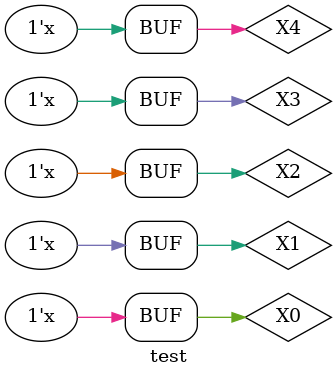
<source format=v>
`timescale 1ns / 1ps


module test;

	// Inputs
	reg X4;
	reg X3;
	reg X2;
	reg X1;
	reg X0;

	// Outputs
	wire F;

	// Instantiate the Unit Under Test (UUT)
	main uut (
		.X4(X4), 
		.X3(X3), 
		.X2(X2), 
		.X1(X1), 
		.X0(X0), 
		.F(F)
	);

	initial begin
		// Initialize Inputs
		X4 = 0;
		X3 = 0;
		X2 = 0;
		X1 = 0;
		X0 = 0;

		// Wait 100 ns for global reset to finish
		#100;
        
		// Add stimulus here

	end
	
	always begin
	#10;
	{X4,X3,X2,X1,X0}={X4,X3,X2,X1,X0}+1;
	
	end
      
endmodule


</source>
